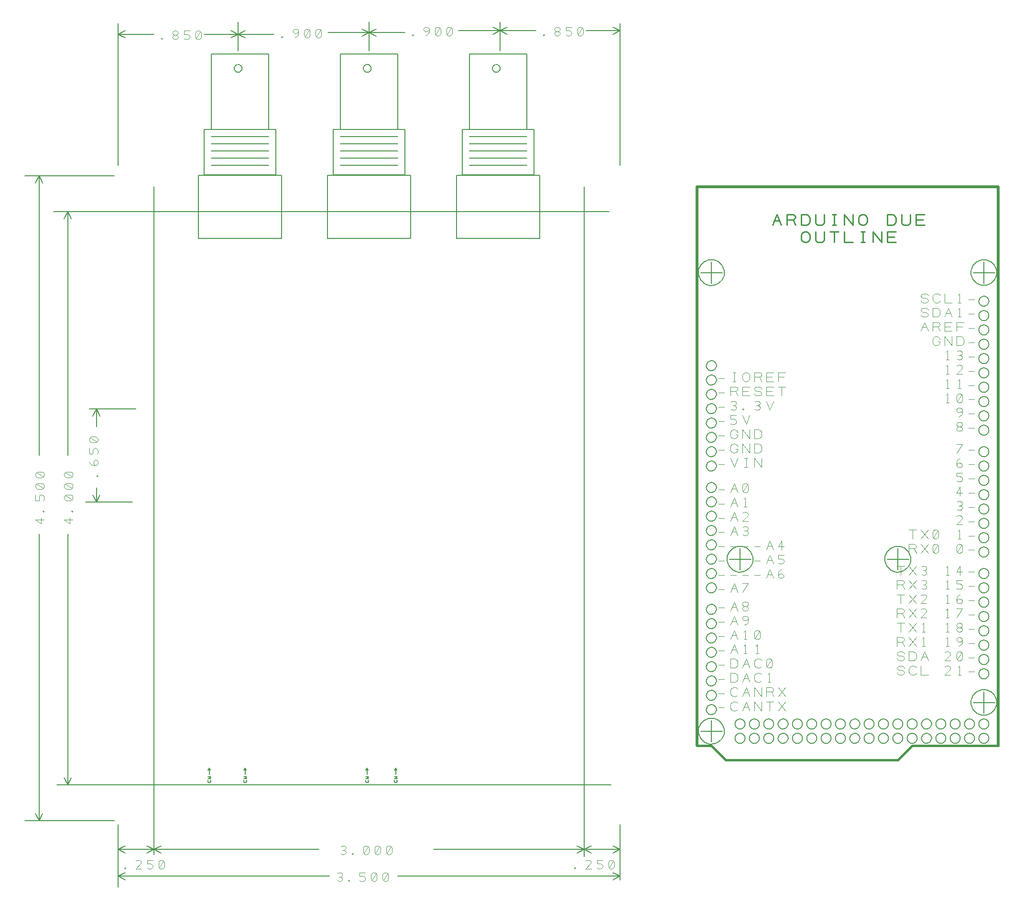
<source format=gbr>
G04 EasyPC Gerber Version 20.0.2 Build 4112 *
%FSLAX35Y35*%
%MOIN*%
%ADD10C,0.00100*%
%ADD11C,0.00500*%
%ADD74C,0.00800*%
%ADD12C,0.01000*%
%ADD13C,0.01500*%
%ADD128C,0.02000*%
X0Y0D02*
D02*
D10*
X13750Y256500D02*
X7750D01*
X11750Y254000*
Y258000*
X13750Y262500D02*
X13250Y263000D01*
X12750Y262500*
X13250Y262000*
X13750Y262500*
X13250Y270000D02*
X13750Y271000D01*
Y272500*
X13250Y273500*
X12250Y274000*
X11750*
X10750Y273500*
X10250Y272500*
Y270000*
X7750*
Y274000*
X13250Y278500D02*
X13750Y279500D01*
Y280500*
X13250Y281500*
X12250Y282000*
X9250*
X8250Y281500*
X7750Y280500*
Y279500*
X8250Y278500*
X9250Y278000*
X12250*
X13250Y278500*
X8250Y281500*
X13250Y286500D02*
X13750Y287500D01*
Y288500*
X13250Y289500*
X12250Y290000*
X9250*
X8250Y289500*
X7750Y288500*
Y287500*
X8250Y286500*
X9250Y286000*
X12250*
X13250Y286500*
X8250Y289500*
X33750Y256500D02*
X27750D01*
X31750Y254000*
Y258000*
X33750Y262500D02*
X33250Y263000D01*
X32750Y262500*
X33250Y262000*
X33750Y262500*
X33250Y270500D02*
X33750Y271500D01*
Y272500*
X33250Y273500*
X32250Y274000*
X29250*
X28250Y273500*
X27750Y272500*
Y271500*
X28250Y270500*
X29250Y270000*
X32250*
X33250Y270500*
X28250Y273500*
X33250Y278500D02*
X33750Y279500D01*
Y280500*
X33250Y281500*
X32250Y282000*
X29250*
X28250Y281500*
X27750Y280500*
Y279500*
X28250Y278500*
X29250Y278000*
X32250*
X33250Y278500*
X28250Y281500*
X33250Y286500D02*
X33750Y287500D01*
Y288500*
X33250Y289500*
X32250Y290000*
X29250*
X28250Y289500*
X27750Y288500*
Y287500*
X28250Y286500*
X29250Y286000*
X32250*
X33250Y286500*
X28250Y289500*
X51250Y287000D02*
X50750Y287500D01*
X50250Y287000*
X50750Y286500*
X51250Y287000*
X49750Y294500D02*
X48750Y295000D01*
X48250Y296000*
Y297000*
X48750Y298000*
X49750Y298500*
X50750Y298000*
X51250Y297000*
Y296000*
X50750Y295000*
X49750Y294500*
X48250*
X46750Y295000*
X45750Y296000*
X45250Y297000*
X50750Y302500D02*
X51250Y303500D01*
Y305000*
X50750Y306000*
X49750Y306500*
X49250*
X48250Y306000*
X47750Y305000*
Y302500*
X45250*
Y306500*
X50750Y311000D02*
X51250Y312000D01*
Y313000*
X50750Y314000*
X49750Y314500*
X46750*
X45750Y314000*
X45250Y313000*
Y312000*
X45750Y311000*
X46750Y310500*
X49750*
X50750Y311000*
X45750Y314000*
X95750Y591750D02*
X96250Y592250D01*
X95750Y592750*
X95250Y592250*
X95750Y591750*
X104750Y594750D02*
X105750D01*
X106750Y595250*
X107250Y596250*
X106750Y597250*
X105750Y597750*
X104750*
X103750Y597250*
X103250Y596250*
X103750Y595250*
X104750Y594750*
X103750Y594250*
X103250Y593250*
X103750Y592250*
X104750Y591750*
X105750*
X106750Y592250*
X107250Y593250*
X106750Y594250*
X105750Y594750*
X111250Y592250D02*
X112250Y591750D01*
X113750*
X114750Y592250*
X115250Y593250*
Y593750*
X114750Y594750*
X113750Y595250*
X111250*
Y597750*
X115250*
X119750Y592250D02*
X120750Y591750D01*
X121750*
X122750Y592250*
X123250Y593250*
Y596250*
X122750Y597250*
X121750Y597750*
X120750*
X119750Y597250*
X119250Y596250*
Y593250*
X119750Y592250*
X122750Y597250*
X70000Y13000D02*
X70500Y13500D01*
X70000Y14000*
X69500Y13500*
X70000Y13000*
X81500D02*
X77500D01*
X81000Y16500*
X81500Y17500*
X81000Y18500*
X80000Y19000*
X78500*
X77500Y18500*
X85500Y13500D02*
X86500Y13000D01*
X88000*
X89000Y13500*
X89500Y14500*
Y15000*
X89000Y16000*
X88000Y16500*
X85500*
Y19000*
X89500*
X94000Y13500D02*
X95000Y13000D01*
X96000*
X97000Y13500*
X97500Y14500*
Y17500*
X97000Y18500*
X96000Y19000*
X95000*
X94000Y18500*
X93500Y17500*
Y14500*
X94000Y13500*
X97000Y18500*
X179500Y593000D02*
X180000Y593500D01*
X179500Y594000*
X179000Y593500*
X179500Y593000*
X188500D02*
X189500Y593500D01*
X190500Y594500*
X191000Y596000*
Y597500*
X190500Y598500*
X189500Y599000*
X188500*
X187500Y598500*
X187000Y597500*
X187500Y596500*
X188500Y596000*
X189500*
X190500Y596500*
X191000Y597500*
X195500Y593500D02*
X196500Y593000D01*
X197500*
X198500Y593500*
X199000Y594500*
Y597500*
X198500Y598500*
X197500Y599000*
X196500*
X195500Y598500*
X195000Y597500*
Y594500*
X195500Y593500*
X198500Y598500*
X203500Y593500D02*
X204500Y593000D01*
X205500*
X206500Y593500*
X207000Y594500*
Y597500*
X206500Y598500*
X205500Y599000*
X204500*
X203500Y598500*
X203000Y597500*
Y594500*
X203500Y593500*
X206500Y598500*
X218250Y4750D02*
X219250Y4250D01*
X220250*
X221250Y4750*
X221750Y5750*
X221250Y6750*
X220250Y7250*
X219250*
X220250D02*
X221250Y7750D01*
X221750Y8750*
X221250Y9750*
X220250Y10250*
X219250*
X218250Y9750*
X226250Y4250D02*
X226750Y4750D01*
X226250Y5250*
X225750Y4750*
X226250Y4250*
X233750Y4750D02*
X234750Y4250D01*
X236250*
X237250Y4750*
X237750Y5750*
Y6250*
X237250Y7250*
X236250Y7750*
X233750*
Y10250*
X237750*
X242250Y4750D02*
X243250Y4250D01*
X244250*
X245250Y4750*
X245750Y5750*
Y8750*
X245250Y9750*
X244250Y10250*
X243250*
X242250Y9750*
X241750Y8750*
Y5750*
X242250Y4750*
X245250Y9750*
X250250Y4750D02*
X251250Y4250D01*
X252250*
X253250Y4750*
X253750Y5750*
Y8750*
X253250Y9750*
X252250Y10250*
X251250*
X250250Y9750*
X249750Y8750*
Y5750*
X250250Y4750*
X253250Y9750*
X220750Y23500D02*
X221750Y23000D01*
X222750*
X223750Y23500*
X224250Y24500*
X223750Y25500*
X222750Y26000*
X221750*
X222750D02*
X223750Y26500D01*
X224250Y27500*
X223750Y28500*
X222750Y29000*
X221750*
X220750Y28500*
X228750Y23000D02*
X229250Y23500D01*
X228750Y24000*
X228250Y23500*
X228750Y23000*
X236750Y23500D02*
X237750Y23000D01*
X238750*
X239750Y23500*
X240250Y24500*
Y27500*
X239750Y28500*
X238750Y29000*
X237750*
X236750Y28500*
X236250Y27500*
Y24500*
X236750Y23500*
X239750Y28500*
X244750Y23500D02*
X245750Y23000D01*
X246750*
X247750Y23500*
X248250Y24500*
Y27500*
X247750Y28500*
X246750Y29000*
X245750*
X244750Y28500*
X244250Y27500*
Y24500*
X244750Y23500*
X247750Y28500*
X252750Y23500D02*
X253750Y23000D01*
X254750*
X255750Y23500*
X256250Y24500*
Y27500*
X255750Y28500*
X254750Y29000*
X253750*
X252750Y28500*
X252250Y27500*
Y24500*
X252750Y23500*
X255750Y28500*
X270750Y594250D02*
X271250Y594750D01*
X270750Y595250*
X270250Y594750*
X270750Y594250*
X279750D02*
X280750Y594750D01*
X281750Y595750*
X282250Y597250*
Y598750*
X281750Y599750*
X280750Y600250*
X279750*
X278750Y599750*
X278250Y598750*
X278750Y597750*
X279750Y597250*
X280750*
X281750Y597750*
X282250Y598750*
X286750Y594750D02*
X287750Y594250D01*
X288750*
X289750Y594750*
X290250Y595750*
Y598750*
X289750Y599750*
X288750Y600250*
X287750*
X286750Y599750*
X286250Y598750*
Y595750*
X286750Y594750*
X289750Y599750*
X294750Y594750D02*
X295750Y594250D01*
X296750*
X297750Y594750*
X298250Y595750*
Y598750*
X297750Y599750*
X296750Y600250*
X295750*
X294750Y599750*
X294250Y598750*
Y595750*
X294750Y594750*
X297750Y599750*
X362000Y594250D02*
X362500Y594750D01*
X362000Y595250*
X361500Y594750*
X362000Y594250*
X371000Y597250D02*
X372000D01*
X373000Y597750*
X373500Y598750*
X373000Y599750*
X372000Y600250*
X371000*
X370000Y599750*
X369500Y598750*
X370000Y597750*
X371000Y597250*
X370000Y596750*
X369500Y595750*
X370000Y594750*
X371000Y594250*
X372000*
X373000Y594750*
X373500Y595750*
X373000Y596750*
X372000Y597250*
X377500Y594750D02*
X378500Y594250D01*
X380000*
X381000Y594750*
X381500Y595750*
Y596250*
X381000Y597250*
X380000Y597750*
X377500*
Y600250*
X381500*
X386000Y594750D02*
X387000Y594250D01*
X388000*
X389000Y594750*
X389500Y595750*
Y598750*
X389000Y599750*
X388000Y600250*
X387000*
X386000Y599750*
X385500Y598750*
Y595750*
X386000Y594750*
X389000Y599750*
X383750Y13000D02*
X384250Y13500D01*
X383750Y14000*
X383250Y13500*
X383750Y13000*
X395250D02*
X391250D01*
X394750Y16500*
X395250Y17500*
X394750Y18500*
X393750Y19000*
X392250*
X391250Y18500*
X399250Y13500D02*
X400250Y13000D01*
X401750*
X402750Y13500*
X403250Y14500*
Y15000*
X402750Y16000*
X401750Y16500*
X399250*
Y19000*
X403250*
X407750Y13500D02*
X408750Y13000D01*
X409750*
X410750Y13500*
X411250Y14500*
Y17500*
X410750Y18500*
X409750Y19000*
X408750*
X407750Y18500*
X407250Y17500*
Y14500*
X407750Y13500*
X410750Y18500*
X484000Y195131D02*
X488150D01*
X492300Y193056D02*
X494894Y199281D01*
X497487Y193056*
X493337Y195650D02*
X496450D01*
X502156Y196169D02*
X503194D01*
X504231Y196687*
X504750Y197725*
X504231Y198763*
X503194Y199281*
X502156*
X501119Y198763*
X500600Y197725*
X501119Y196687*
X502156Y196169*
X501119Y195650*
X500600Y194613*
X501119Y193575*
X502156Y193056*
X503194*
X504231Y193575*
X504750Y194613*
X504231Y195650*
X503194Y196169*
X484000Y185171D02*
X488150D01*
X492300Y183096D02*
X494894Y189321D01*
X497487Y183096*
X493337Y185690D02*
X496450D01*
X502156Y183096D02*
X503194Y183615D01*
X504231Y184653*
X504750Y186209*
Y187765*
X504231Y188803*
X503194Y189321*
X502156*
X501119Y188803*
X500600Y187765*
X501119Y186728*
X502156Y186209*
X503194*
X504231Y186728*
X504750Y187765*
X484000Y175211D02*
X488150D01*
X492300Y173137D02*
X494894Y179361D01*
X497487Y173137*
X493337Y175730D02*
X496450D01*
X501637Y173137D02*
X503713D01*
X502675D02*
Y179361D01*
X501637Y178324*
X509419Y173656D02*
X510456Y173137D01*
X511494*
X512531Y173656*
X513050Y174693*
Y177806*
X512531Y178843*
X511494Y179361*
X510456*
X509419Y178843*
X508900Y177806*
Y174693*
X509419Y173656*
X512531Y178843*
X484000Y165252D02*
X488150D01*
X492300Y163177D02*
X494894Y169402D01*
X497487Y163177*
X493337Y165770D02*
X496450D01*
X501637Y163177D02*
X503713D01*
X502675D02*
Y169402D01*
X501637Y168364*
X509937Y163177D02*
X512013D01*
X510975D02*
Y169402D01*
X509937Y168364*
X484000Y155292D02*
X488150D01*
X492300Y153217D02*
Y159442D01*
X495413*
X496450Y158923*
X496969Y158404*
X497487Y157367*
Y155292*
X496969Y154254*
X496450Y153736*
X495413Y153217*
X492300*
X500600D02*
X503194Y159442D01*
X505787Y153217*
X501637Y155811D02*
X504750D01*
X514087Y154254D02*
X513569Y153736D01*
X512531Y153217*
X510975*
X509937Y153736*
X509419Y154254*
X508900Y155292*
Y157367*
X509419Y158404*
X509937Y158923*
X510975Y159442*
X512531*
X513569Y158923*
X514087Y158404*
X517719Y153736D02*
X518756Y153217D01*
X519794*
X520831Y153736*
X521350Y154773*
Y157886*
X520831Y158923*
X519794Y159442*
X518756*
X517719Y158923*
X517200Y157886*
Y154773*
X517719Y153736*
X520831Y158923*
X484000Y145332D02*
X488150D01*
X492300Y143257D02*
Y149482D01*
X495413*
X496450Y148963*
X496969Y148444*
X497487Y147407*
Y145332*
X496969Y144294*
X496450Y143776*
X495413Y143257*
X492300*
X500600D02*
X503194Y149482D01*
X505787Y143257*
X501637Y145851D02*
X504750D01*
X514087Y144294D02*
X513569Y143776D01*
X512531Y143257*
X510975*
X509937Y143776*
X509419Y144294*
X508900Y145332*
Y147407*
X509419Y148444*
X509937Y148963*
X510975Y149482*
X512531*
X513569Y148963*
X514087Y148444*
X518237Y143257D02*
X520313D01*
X519275D02*
Y149482D01*
X518237Y148444*
X484000Y135372D02*
X488150D01*
X497487Y134335D02*
X496969Y133816D01*
X495931Y133297*
X494375*
X493337Y133816*
X492819Y134335*
X492300Y135372*
Y137447*
X492819Y138485*
X493337Y139004*
X494375Y139522*
X495931*
X496969Y139004*
X497487Y138485*
X500600Y133297D02*
X503194Y139522D01*
X505787Y133297*
X501637Y135891D02*
X504750D01*
X508900Y133297D02*
Y139522D01*
X514087Y133297*
Y139522*
X517200Y133297D02*
Y139522D01*
X520831*
X521869Y139004*
X522387Y137966*
X521869Y136928*
X520831Y136410*
X517200*
X520831D02*
X522387Y133297D01*
X525500D02*
X530687Y139522D01*
X525500D02*
X530687Y133297D01*
X484000Y125412D02*
X488150D01*
X497487Y124375D02*
X496969Y123856D01*
X495931Y123337*
X494375*
X493337Y123856*
X492819Y124375*
X492300Y125412*
Y127487*
X492819Y128525*
X493337Y129044*
X494375Y129562*
X495931*
X496969Y129044*
X497487Y128525*
X500600Y123337D02*
X503194Y129562D01*
X505787Y123337*
X501637Y125931D02*
X504750D01*
X508900Y123337D02*
Y129562D01*
X514087Y123337*
Y129562*
X519794Y123337D02*
Y129562D01*
X517200D02*
X522387D01*
X525500Y123337D02*
X530687Y129562D01*
X525500D02*
X530687Y123337D01*
X484000Y277631D02*
X488150D01*
X492300Y275556D02*
X494894Y281781D01*
X497487Y275556*
X493337Y278150D02*
X496450D01*
X501119Y276075D02*
X502156Y275556D01*
X503194*
X504231Y276075*
X504750Y277113*
Y280225*
X504231Y281263*
X503194Y281781*
X502156*
X501119Y281263*
X500600Y280225*
Y277113*
X501119Y276075*
X504231Y281263*
X484000Y267671D02*
X488150D01*
X492300Y265596D02*
X494894Y271821D01*
X497487Y265596*
X493337Y268190D02*
X496450D01*
X501637Y265596D02*
X503713D01*
X502675D02*
Y271821D01*
X501637Y270784*
X484000Y257711D02*
X488150D01*
X492300Y255637D02*
X494894Y261861D01*
X497487Y255637*
X493337Y258230D02*
X496450D01*
X504750Y255637D02*
X500600D01*
X504231Y259268*
X504750Y260306*
X504231Y261343*
X503194Y261861*
X501637*
X500600Y261343*
X484000Y247752D02*
X488150D01*
X492300Y245677D02*
X494894Y251902D01*
X497487Y245677*
X493337Y248270D02*
X496450D01*
X501119Y246196D02*
X502156Y245677D01*
X503194*
X504231Y246196*
X504750Y247233*
X504231Y248270*
X503194Y248789*
X502156*
X503194D02*
X504231Y249308D01*
X504750Y250346*
X504231Y251383*
X503194Y251902*
X502156*
X501119Y251383*
X484000Y237792D02*
X488150D01*
X492300D02*
X496450D01*
X500600D02*
X504750D01*
X508900D02*
X513050D01*
X517200Y235717D02*
X519794Y241942D01*
X522387Y235717*
X518237Y238311D02*
X521350D01*
X528094Y235717D02*
Y241942D01*
X525500Y237792*
X529650*
X484000Y227832D02*
X488150D01*
X508900D02*
X513050D01*
X517200Y225757D02*
X519794Y231982D01*
X522387Y225757*
X518237Y228351D02*
X521350D01*
X525500Y226276D02*
X526537Y225757D01*
X528094*
X529131Y226276*
X529650Y227313*
Y227832*
X529131Y228870*
X528094Y229388*
X525500*
Y231982*
X529650*
X484000Y217872D02*
X488150D01*
X492300D02*
X496450D01*
X500600D02*
X504750D01*
X508900D02*
X513050D01*
X517200Y215797D02*
X519794Y222022D01*
X522387Y215797*
X518237Y218391D02*
X521350D01*
X525500Y217354D02*
X526019Y218391D01*
X527056Y218910*
X528094*
X529131Y218391*
X529650Y217354*
X529131Y216316*
X528094Y215797*
X527056*
X526019Y216316*
X525500Y217354*
Y218910*
X526019Y220466*
X527056Y221504*
X528094Y222022*
X484000Y207912D02*
X488150D01*
X492300Y205837D02*
X494894Y212062D01*
X497487Y205837*
X493337Y208431D02*
X496450D01*
X500600Y205837D02*
X504750Y212062D01*
X500600*
X484000Y355131D02*
X488150D01*
X493856Y353056D02*
X495931D01*
X494894D02*
Y359281D01*
X493856D02*
X495931D01*
X500600Y355131D02*
Y357206D01*
X501119Y358244*
X501637Y358763*
X502675Y359281*
X503713*
X504750Y358763*
X505269Y358244*
X505787Y357206*
Y355131*
X505269Y354094*
X504750Y353575*
X503713Y353056*
X502675*
X501637Y353575*
X501119Y354094*
X500600Y355131*
X508900Y353056D02*
Y359281D01*
X512531*
X513569Y358763*
X514087Y357725*
X513569Y356687*
X512531Y356169*
X508900*
X512531D02*
X514087Y353056D01*
X517200D02*
Y359281D01*
X522387*
X521350Y356169D02*
X517200D01*
Y353056D02*
X522387D01*
X525500D02*
Y359281D01*
X530687*
X529650Y356169D02*
X525500D01*
X484000Y345171D02*
X488150D01*
X492300Y343096D02*
Y349321D01*
X495931*
X496969Y348803*
X497487Y347765*
X496969Y346728*
X495931Y346209*
X492300*
X495931D02*
X497487Y343096D01*
X500600D02*
Y349321D01*
X505787*
X504750Y346209D02*
X500600D01*
Y343096D02*
X505787D01*
X508900Y344653D02*
X509419Y343615D01*
X510456Y343096*
X512531*
X513569Y343615*
X514087Y344653*
X513569Y345690*
X512531Y346209*
X510456*
X509419Y346728*
X508900Y347765*
X509419Y348803*
X510456Y349321*
X512531*
X513569Y348803*
X514087Y347765*
X517200Y343096D02*
Y349321D01*
X522387*
X521350Y346209D02*
X517200D01*
Y343096D02*
X522387D01*
X528094D02*
Y349321D01*
X525500D02*
X530687D01*
X484000Y335211D02*
X488150D01*
X492819Y333656D02*
X493856Y333137D01*
X494894*
X495931Y333656*
X496450Y334693*
X495931Y335730*
X494894Y336249*
X493856*
X494894D02*
X495931Y336768D01*
X496450Y337806*
X495931Y338843*
X494894Y339361*
X493856*
X492819Y338843*
X501119Y333137D02*
X501637Y333656D01*
X501119Y334174*
X500600Y333656*
X501119Y333137*
X509419Y333656D02*
X510456Y333137D01*
X511494*
X512531Y333656*
X513050Y334693*
X512531Y335730*
X511494Y336249*
X510456*
X511494D02*
X512531Y336768D01*
X513050Y337806*
X512531Y338843*
X511494Y339361*
X510456*
X509419Y338843*
X517200Y339361D02*
X519794Y333137D01*
X522387Y339361*
X484000Y325252D02*
X488150D01*
X492300Y323696D02*
X493337Y323177D01*
X494894*
X495931Y323696*
X496450Y324733*
Y325252*
X495931Y326289*
X494894Y326808*
X492300*
Y329402*
X496450*
X500600D02*
X503194Y323177D01*
X505787Y329402*
X484000Y315292D02*
X488150D01*
X495931Y315811D02*
X497487D01*
Y315292*
X496969Y314254*
X496450Y313736*
X495413Y313217*
X494375*
X493337Y313736*
X492819Y314254*
X492300Y315292*
Y317367*
X492819Y318404*
X493337Y318923*
X494375Y319442*
X495413*
X496450Y318923*
X496969Y318404*
X497487Y317367*
X500600Y313217D02*
Y319442D01*
X505787Y313217*
Y319442*
X508900Y313217D02*
Y319442D01*
X512013*
X513050Y318923*
X513569Y318404*
X514087Y317367*
Y315292*
X513569Y314254*
X513050Y313736*
X512013Y313217*
X508900*
X484000Y305332D02*
X488150D01*
X495931Y305851D02*
X497487D01*
Y305332*
X496969Y304294*
X496450Y303776*
X495413Y303257*
X494375*
X493337Y303776*
X492819Y304294*
X492300Y305332*
Y307407*
X492819Y308444*
X493337Y308963*
X494375Y309482*
X495413*
X496450Y308963*
X496969Y308444*
X497487Y307407*
X500600Y303257D02*
Y309482D01*
X505787Y303257*
Y309482*
X508900Y303257D02*
Y309482D01*
X512013*
X513050Y308963*
X513569Y308444*
X514087Y307407*
Y305332*
X513569Y304294*
X513050Y303776*
X512013Y303257*
X508900*
X484000Y295372D02*
X488150D01*
X492300Y299522D02*
X494894Y293297D01*
X497487Y299522*
X502156Y293297D02*
X504231D01*
X503194D02*
Y299522D01*
X502156D02*
X504231D01*
X508900Y293297D02*
Y299522D01*
X514087Y293297*
Y299522*
X610994Y218056D02*
Y224281D01*
X608400D02*
X613587D01*
X616700Y218056D02*
X621887Y224281D01*
X616700D02*
X621887Y218056D01*
X625519Y218575D02*
X626556Y218056D01*
X627594*
X628631Y218575*
X629150Y219613*
X628631Y220650*
X627594Y221169*
X626556*
X627594D02*
X628631Y221687D01*
X629150Y222725*
X628631Y223763*
X627594Y224281*
X626556*
X625519Y223763*
X642637Y218056D02*
X644713D01*
X643675D02*
Y224281D01*
X642637Y223244*
X652494Y218056D02*
Y224281D01*
X649900Y220131*
X654050*
X658200D02*
X662350D01*
X608400Y208096D02*
Y214321D01*
X612031*
X613069Y213803*
X613587Y212765*
X613069Y211728*
X612031Y211209*
X608400*
X612031D02*
X613587Y208096D01*
X616700D02*
X621887Y214321D01*
X616700D02*
X621887Y208096D01*
X625519Y208615D02*
X626556Y208096D01*
X627594*
X628631Y208615*
X629150Y209653*
X628631Y210690*
X627594Y211209*
X626556*
X627594D02*
X628631Y211728D01*
X629150Y212765*
X628631Y213803*
X627594Y214321*
X626556*
X625519Y213803*
X642637Y208096D02*
X644713D01*
X643675D02*
Y214321D01*
X642637Y213284*
X649900Y208615D02*
X650937Y208096D01*
X652494*
X653531Y208615*
X654050Y209653*
Y210171*
X653531Y211209*
X652494Y211728*
X649900*
Y214321*
X654050*
X658200Y210171D02*
X662350D01*
X610994Y198137D02*
Y204361D01*
X608400D02*
X613587D01*
X616700Y198137D02*
X621887Y204361D01*
X616700D02*
X621887Y198137D01*
X629150D02*
X625000D01*
X628631Y201768*
X629150Y202806*
X628631Y203843*
X627594Y204361*
X626037*
X625000Y203843*
X642637Y198137D02*
X644713D01*
X643675D02*
Y204361D01*
X642637Y203324*
X649900Y199693D02*
X650419Y200730D01*
X651456Y201249*
X652494*
X653531Y200730*
X654050Y199693*
X653531Y198656*
X652494Y198137*
X651456*
X650419Y198656*
X649900Y199693*
Y201249*
X650419Y202806*
X651456Y203843*
X652494Y204361*
X658200Y200211D02*
X662350D01*
X608400Y188177D02*
Y194402D01*
X612031*
X613069Y193883*
X613587Y192846*
X613069Y191808*
X612031Y191289*
X608400*
X612031D02*
X613587Y188177D01*
X616700D02*
X621887Y194402D01*
X616700D02*
X621887Y188177D01*
X629150D02*
X625000D01*
X628631Y191808*
X629150Y192846*
X628631Y193883*
X627594Y194402*
X626037*
X625000Y193883*
X642637Y188177D02*
X644713D01*
X643675D02*
Y194402D01*
X642637Y193364*
X649900Y188177D02*
X654050Y194402D01*
X649900*
X658200Y190252D02*
X662350D01*
X610994Y178217D02*
Y184442D01*
X608400D02*
X613587D01*
X616700Y178217D02*
X621887Y184442D01*
X616700D02*
X621887Y178217D01*
X626037D02*
X628113D01*
X627075D02*
Y184442D01*
X626037Y183404*
X642637Y178217D02*
X644713D01*
X643675D02*
Y184442D01*
X642637Y183404*
X651456Y181330D02*
X652494D01*
X653531Y181848*
X654050Y182886*
X653531Y183923*
X652494Y184442*
X651456*
X650419Y183923*
X649900Y182886*
X650419Y181848*
X651456Y181330*
X650419Y180811*
X649900Y179773*
X650419Y178736*
X651456Y178217*
X652494*
X653531Y178736*
X654050Y179773*
X653531Y180811*
X652494Y181330*
X658200Y180292D02*
X662350D01*
X608400Y168257D02*
Y174482D01*
X612031*
X613069Y173963*
X613587Y172926*
X613069Y171888*
X612031Y171370*
X608400*
X612031D02*
X613587Y168257D01*
X616700D02*
X621887Y174482D01*
X616700D02*
X621887Y168257D01*
X626037D02*
X628113D01*
X627075D02*
Y174482D01*
X626037Y173444*
X642637Y168257D02*
X644713D01*
X643675D02*
Y174482D01*
X642637Y173444*
X651456Y168257D02*
X652494Y168776D01*
X653531Y169813*
X654050Y171370*
Y172926*
X653531Y173963*
X652494Y174482*
X651456*
X650419Y173963*
X649900Y172926*
X650419Y171888*
X651456Y171370*
X652494*
X653531Y171888*
X654050Y172926*
X658200Y170332D02*
X662350D01*
X608400Y159854D02*
X608919Y158816D01*
X609956Y158297*
X612031*
X613069Y158816*
X613587Y159854*
X613069Y160891*
X612031Y161410*
X609956*
X608919Y161928*
X608400Y162966*
X608919Y164004*
X609956Y164522*
X612031*
X613069Y164004*
X613587Y162966*
X616700Y158297D02*
Y164522D01*
X619813*
X620850Y164004*
X621369Y163485*
X621887Y162447*
Y160372*
X621369Y159335*
X620850Y158816*
X619813Y158297*
X616700*
X625000D02*
X627594Y164522D01*
X630187Y158297*
X626037Y160891D02*
X629150D01*
X645750Y158297D02*
X641600D01*
X645231Y161928*
X645750Y162966*
X645231Y164004*
X644194Y164522*
X642637*
X641600Y164004*
X650419Y158816D02*
X651456Y158297D01*
X652494*
X653531Y158816*
X654050Y159854*
Y162966*
X653531Y164004*
X652494Y164522*
X651456*
X650419Y164004*
X649900Y162966*
Y159854*
X650419Y158816*
X653531Y164004*
X658200Y160372D02*
X662350D01*
X608400Y149894D02*
X608919Y148856D01*
X609956Y148337*
X612031*
X613069Y148856*
X613587Y149894*
X613069Y150931*
X612031Y151450*
X609956*
X608919Y151969*
X608400Y153006*
X608919Y154044*
X609956Y154562*
X612031*
X613069Y154044*
X613587Y153006*
X621887Y149375D02*
X621369Y148856D01*
X620331Y148337*
X618775*
X617737Y148856*
X617219Y149375*
X616700Y150412*
Y152487*
X617219Y153525*
X617737Y154044*
X618775Y154562*
X620331*
X621369Y154044*
X621887Y153525*
X625000Y154562D02*
Y148337D01*
X630187*
X645750D02*
X641600D01*
X645231Y151969*
X645750Y153006*
X645231Y154044*
X644194Y154562*
X642637*
X641600Y154044*
X650937Y148337D02*
X653013D01*
X651975D02*
Y154562D01*
X650937Y153525*
X658200Y150412D02*
X662350D01*
X649900Y303056D02*
X654050Y309281D01*
X649900*
X658200Y305131D02*
X662350D01*
X649900Y294653D02*
X650419Y295690D01*
X651456Y296209*
X652494*
X653531Y295690*
X654050Y294653*
X653531Y293615*
X652494Y293096*
X651456*
X650419Y293615*
X649900Y294653*
Y296209*
X650419Y297765*
X651456Y298803*
X652494Y299321*
X658200Y295171D02*
X662350D01*
X649900Y283656D02*
X650937Y283137D01*
X652494*
X653531Y283656*
X654050Y284693*
Y285211*
X653531Y286249*
X652494Y286768*
X649900*
Y289361*
X654050*
X658200Y285211D02*
X662350D01*
X652494Y273177D02*
Y279402D01*
X649900Y275252*
X654050*
X658200D02*
X662350D01*
X650419Y263736D02*
X651456Y263217D01*
X652494*
X653531Y263736*
X654050Y264773*
X653531Y265811*
X652494Y266330*
X651456*
X652494D02*
X653531Y266848D01*
X654050Y267886*
X653531Y268923*
X652494Y269442*
X651456*
X650419Y268923*
X658200Y265292D02*
X662350D01*
X654050Y253257D02*
X649900D01*
X653531Y256888*
X654050Y257926*
X653531Y258963*
X652494Y259482*
X650937*
X649900Y258963*
X658200Y255332D02*
X662350D01*
X619294Y243297D02*
Y249522D01*
X616700D02*
X621887D01*
X625000Y243297D02*
X630187Y249522D01*
X625000D02*
X630187Y243297D01*
X633819Y243816D02*
X634856Y243297D01*
X635894*
X636931Y243816*
X637450Y244854*
Y247966*
X636931Y249004*
X635894Y249522*
X634856*
X633819Y249004*
X633300Y247966*
Y244854*
X633819Y243816*
X636931Y249004*
X650937Y243297D02*
X653013D01*
X651975D02*
Y249522D01*
X650937Y248485*
X658200Y245372D02*
X662350D01*
X616700Y233337D02*
Y239562D01*
X620331*
X621369Y239044*
X621887Y238006*
X621369Y236969*
X620331Y236450*
X616700*
X620331D02*
X621887Y233337D01*
X625000D02*
X630187Y239562D01*
X625000D02*
X630187Y233337D01*
X633819Y233856D02*
X634856Y233337D01*
X635894*
X636931Y233856*
X637450Y234894*
Y238006*
X636931Y239044*
X635894Y239562*
X634856*
X633819Y239044*
X633300Y238006*
Y234894*
X633819Y233856*
X636931Y239044*
X650419Y233856D02*
X651456Y233337D01*
X652494*
X653531Y233856*
X654050Y234894*
Y238006*
X653531Y239044*
X652494Y239562*
X651456*
X650419Y239044*
X649900Y238006*
Y234894*
X650419Y233856*
X653531Y239044*
X658200Y235412D02*
X662350D01*
X625000Y409613D02*
X625519Y408575D01*
X626556Y408056*
X628631*
X629669Y408575*
X630187Y409613*
X629669Y410650*
X628631Y411169*
X626556*
X625519Y411687*
X625000Y412725*
X625519Y413763*
X626556Y414281*
X628631*
X629669Y413763*
X630187Y412725*
X638487Y409094D02*
X637969Y408575D01*
X636931Y408056*
X635375*
X634337Y408575*
X633819Y409094*
X633300Y410131*
Y412206*
X633819Y413244*
X634337Y413763*
X635375Y414281*
X636931*
X637969Y413763*
X638487Y413244*
X641600Y414281D02*
Y408056D01*
X646787*
X650937D02*
X653013D01*
X651975D02*
Y414281D01*
X650937Y413244*
X658200Y410131D02*
X662350D01*
X625000Y399653D02*
X625519Y398615D01*
X626556Y398096*
X628631*
X629669Y398615*
X630187Y399653*
X629669Y400690*
X628631Y401209*
X626556*
X625519Y401728*
X625000Y402765*
X625519Y403803*
X626556Y404321*
X628631*
X629669Y403803*
X630187Y402765*
X633300Y398096D02*
Y404321D01*
X636413*
X637450Y403803*
X637969Y403284*
X638487Y402246*
Y400171*
X637969Y399134*
X637450Y398615*
X636413Y398096*
X633300*
X641600D02*
X644194Y404321D01*
X646787Y398096*
X642637Y400690D02*
X645750D01*
X650937Y398096D02*
X653013D01*
X651975D02*
Y404321D01*
X650937Y403284*
X658200Y400171D02*
X662350D01*
X625000Y388137D02*
X627594Y394361D01*
X630187Y388137*
X626037Y390730D02*
X629150D01*
X633300Y388137D02*
Y394361D01*
X636931*
X637969Y393843*
X638487Y392806*
X637969Y391768*
X636931Y391249*
X633300*
X636931D02*
X638487Y388137D01*
X641600D02*
Y394361D01*
X646787*
X645750Y391249D02*
X641600D01*
Y388137D02*
X646787D01*
X649900D02*
Y394361D01*
X655087*
X654050Y391249D02*
X649900D01*
X658200Y390211D02*
X662350D01*
X636931Y380770D02*
X638487D01*
Y380252*
X637969Y379214*
X637450Y378696*
X636413Y378177*
X635375*
X634337Y378696*
X633819Y379214*
X633300Y380252*
Y382327*
X633819Y383364*
X634337Y383883*
X635375Y384402*
X636413*
X637450Y383883*
X637969Y383364*
X638487Y382327*
X641600Y378177D02*
Y384402D01*
X646787Y378177*
Y384402*
X649900Y378177D02*
Y384402D01*
X653013*
X654050Y383883*
X654569Y383364*
X655087Y382327*
Y380252*
X654569Y379214*
X654050Y378696*
X653013Y378177*
X649900*
X658200Y380252D02*
X662350D01*
X642637Y368217D02*
X644713D01*
X643675D02*
Y374442D01*
X642637Y373404*
X650419Y368736D02*
X651456Y368217D01*
X652494*
X653531Y368736*
X654050Y369773*
X653531Y370811*
X652494Y371330*
X651456*
X652494D02*
X653531Y371848D01*
X654050Y372886*
X653531Y373923*
X652494Y374442*
X651456*
X650419Y373923*
X658200Y370292D02*
X662350D01*
X642637Y358257D02*
X644713D01*
X643675D02*
Y364482D01*
X642637Y363444*
X654050Y358257D02*
X649900D01*
X653531Y361888*
X654050Y362926*
X653531Y363963*
X652494Y364482*
X650937*
X649900Y363963*
X658200Y360332D02*
X662350D01*
X642637Y348297D02*
X644713D01*
X643675D02*
Y354522D01*
X642637Y353485*
X650937Y348297D02*
X653013D01*
X651975D02*
Y354522D01*
X650937Y353485*
X658200Y350372D02*
X662350D01*
X642637Y338337D02*
X644713D01*
X643675D02*
Y344562D01*
X642637Y343525*
X650419Y338856D02*
X651456Y338337D01*
X652494*
X653531Y338856*
X654050Y339894*
Y343006*
X653531Y344044*
X652494Y344562*
X651456*
X650419Y344044*
X649900Y343006*
Y339894*
X650419Y338856*
X653531Y344044*
X658200Y340412D02*
X662350D01*
X651456Y328378D02*
X652494Y328896D01*
X653531Y329934*
X654050Y331490*
Y333046*
X653531Y334084*
X652494Y334602*
X651456*
X650419Y334084*
X649900Y333046*
X650419Y332009*
X651456Y331490*
X652494*
X653531Y332009*
X654050Y333046*
X658200Y330452D02*
X662350D01*
X651456Y321530D02*
X652494D01*
X653531Y322049*
X654050Y323087*
X653531Y324124*
X652494Y324643*
X651456*
X650419Y324124*
X649900Y323087*
X650419Y322049*
X651456Y321530*
X650419Y321011*
X649900Y319974*
X650419Y318937*
X651456Y318418*
X652494*
X653531Y318937*
X654050Y319974*
X653531Y321011*
X652494Y321530*
X658200Y320493D02*
X662350D01*
D02*
D11*
X250Y46500D02*
X62750D01*
X250Y496500D02*
X62750D01*
X7750Y491500D02*
X10250Y496500D01*
X12750Y491500*
X10250Y46500D02*
Y246500D01*
Y496500D02*
Y301500D01*
X12750Y51500D02*
X10250Y46500D01*
X7750Y51500*
X20250Y471500D02*
X407750D01*
X22750Y71500D02*
X409000D01*
X27750Y466500D02*
X30250Y471500D01*
X32750Y466500*
X30250Y71500D02*
Y246500D01*
Y471500D02*
Y301500D01*
X32750Y76500D02*
X30250Y71500D01*
X27750Y76500*
X47750Y329000D02*
X50250Y334000D01*
X52750Y329000*
X50250Y269000D02*
Y279000D01*
Y334000D02*
Y321500D01*
X52750Y274000D02*
X50250Y269000D01*
X47750Y274000*
X65250Y7750D02*
X212750D01*
X65250Y44000D02*
Y250D01*
Y504000D02*
Y602750D01*
Y595250D02*
X90250D01*
X70250Y5250D02*
X65250Y7750D01*
X70250Y10250*
Y24000D02*
X65250Y26500D01*
X70250Y29000*
Y592750D02*
X65250Y595250D01*
X70250Y597750*
X75250Y269000D02*
X42750D01*
X77750Y334000D02*
X45250D01*
X85250Y29000D02*
X90250Y26500D01*
X85250Y24000*
X90250Y26500D02*
X65250D01*
X90250D02*
X205250D01*
X90250Y56500D02*
Y489000D01*
Y72750D02*
Y22750D01*
X95250Y24000D02*
X90250Y26500D01*
X95250Y29000*
X128930Y78851D02*
Y83344D01*
X127931Y81846*
X129679*
X128930Y83219*
X129522Y74797D02*
X129678Y74641D01*
X129834Y74328*
Y73860*
X129678Y73547*
X129522Y73391*
X129209Y73235*
X128584*
X128272Y73391*
X128115Y73547*
X127959Y73860*
Y74328*
X128115Y74641*
X128272Y74797*
X127959Y75735D02*
X129834Y75891D01*
X128896Y76516*
X129834Y77141*
X127959Y77297*
X144000Y597750D02*
X149000Y595250D01*
X144000Y592750*
X149000Y584000D02*
Y604000D01*
Y595250D02*
X125250D01*
X149000D02*
X174000D01*
X150250Y569000D02*
G75*
G03X147750Y574000I-1250J2500D01*
G01*
G75*
G03X150250Y569000I1250J-2500*
G01*
X153930Y78851D02*
Y83344D01*
X152931Y81846*
X154679*
X153930Y83219*
X154000Y592750D02*
X149000Y595250D01*
X154000Y597750*
X154522Y74797D02*
X154678Y74641D01*
X154834Y74328*
Y73860*
X154678Y73547*
X154522Y73391*
X154209Y73235*
X153584*
X153272Y73391*
X153115Y73547*
X152959Y73860*
Y74328*
X153115Y74641*
X153272Y74797*
X152959Y75735D02*
X154834Y75891D01*
X153896Y76516*
X154834Y77141*
X152959Y77297*
X179250Y453000D02*
Y497000D01*
X121250*
Y453000*
X179250*
X211500Y596500D02*
X240250D01*
X235250Y599000D02*
X240250Y596500D01*
X235250Y594000*
X238930Y78851D02*
Y83344D01*
X237931Y81846*
X239679*
X238930Y83219*
X240250Y569000D02*
G75*
G03X237750Y574000I-1250J2500D01*
G01*
G75*
G03X240250Y569000I1250J-2500*
G01*
Y584000D02*
Y604000D01*
Y596500D02*
X265250D01*
X239522Y74797D02*
X239678Y74641D01*
X239834Y74328*
Y73860*
X239678Y73547*
X239522Y73391*
X239209Y73235*
X238584*
X238272Y73391*
X238115Y73547*
X237959Y73860*
Y74328*
X238115Y74641*
X238272Y74797*
X237959Y75735D02*
X239834Y75891D01*
X238896Y76516*
X239834Y77141*
X237959Y77297*
X245250Y594000D02*
X240250Y596500D01*
X245250Y599000*
X258930Y78851D02*
Y83344D01*
X257931Y81846*
X259679*
X258930Y83219*
X259522Y74797D02*
X259678Y74641D01*
X259834Y74328*
Y73860*
X259678Y73547*
X259522Y73391*
X259209Y73235*
X258584*
X258272Y73391*
X258115Y73547*
X257959Y73860*
Y74328*
X258115Y74641*
X258272Y74797*
X257959Y75735D02*
X259834Y75891D01*
X258896Y76516*
X259834Y77141*
X257959Y77297*
X269250Y453000D02*
Y497000D01*
X211250*
Y453000*
X269250*
X285250Y26500D02*
X390250D01*
X302750Y597750D02*
X331500D01*
X326500Y600250D02*
X331500Y597750D01*
X326500Y595250*
X330250Y569000D02*
G75*
G03X327750Y574000I-1250J2500D01*
G01*
G75*
G03X330250Y569000I1250J-2500*
G01*
X331500Y584000D02*
Y604000D01*
Y597750D02*
X356500D01*
X336500Y595250D02*
X331500Y597750D01*
X336500Y600250*
X359250Y453000D02*
Y497000D01*
X301250*
Y453000*
X359250*
X385250Y29000D02*
X390250Y26500D01*
X385250Y24000*
X390250Y55250D02*
Y489000D01*
Y71500D02*
Y21500D01*
X395250Y24000D02*
X390250Y26500D01*
X395250Y29000*
X410250Y10250D02*
X415250Y7750D01*
X410250Y5250*
Y29000D02*
X415250Y26500D01*
X410250Y24000*
Y600250D02*
X415250Y597750D01*
X410250Y595250*
X415250Y7750D02*
X260250D01*
X415250Y26500D02*
X391500D01*
X415250Y44000D02*
Y5250D01*
Y504000D02*
Y602750D01*
Y597750D02*
X391500D01*
X471500Y104000D02*
G75*
G03X486500Y114000I7500J5000D01*
G01*
G75*
G03X471500Y104000I-7500J-5000*
G01*
Y109000D02*
X486500D01*
X471500Y424000D02*
G75*
G03X486500Y434000I7500J5000D01*
G01*
G75*
G03X471500Y424000I-7500J-5000*
G01*
Y429000D02*
X486500D01*
X476500Y121500D02*
G75*
G03X481500Y126500I2500J2500D01*
G01*
G75*
G03X476500Y121500I-2500J-2500*
G01*
Y131500D02*
G75*
G03X481500Y136500I2500J2500D01*
G01*
G75*
G03X476500Y131500I-2500J-2500*
G01*
Y141500D02*
G75*
G03X481500Y146500I2500J2500D01*
G01*
G75*
G03X476500Y141500I-2500J-2500*
G01*
Y151500D02*
G75*
G03X481500Y156500I2500J2500D01*
G01*
G75*
G03X476500Y151500I-2500J-2500*
G01*
Y161500D02*
G75*
G03X481500Y166500I2500J2500D01*
G01*
G75*
G03X476500Y161500I-2500J-2500*
G01*
Y171500D02*
G75*
G03X481500Y176500I2500J2500D01*
G01*
G75*
G03X476500Y171500I-2500J-2500*
G01*
Y181500D02*
G75*
G03X481500Y186500I2500J2500D01*
G01*
G75*
G03X476500Y181500I-2500J-2500*
G01*
Y191500D02*
G75*
G03X481500Y196500I2500J2500D01*
G01*
G75*
G03X476500Y191500I-2500J-2500*
G01*
Y206500D02*
G75*
G03X481500Y211500I2500J2500D01*
G01*
G75*
G03X476500Y206500I-2500J-2500*
G01*
Y216500D02*
G75*
G03X481500Y221500I2500J2500D01*
G01*
G75*
G03X476500Y216500I-2500J-2500*
G01*
Y226500D02*
G75*
G03X481500Y231500I2500J2500D01*
G01*
G75*
G03X476500Y226500I-2500J-2500*
G01*
Y236500D02*
G75*
G03X481500Y241500I2500J2500D01*
G01*
G75*
G03X476500Y236500I-2500J-2500*
G01*
Y246500D02*
G75*
G03X481500Y251500I2500J2500D01*
G01*
G75*
G03X476500Y246500I-2500J-2500*
G01*
Y256500D02*
G75*
G03X481500Y261500I2500J2500D01*
G01*
G75*
G03X476500Y256500I-2500J-2500*
G01*
Y266500D02*
G75*
G03X481500Y271500I2500J2500D01*
G01*
G75*
G03X476500Y266500I-2500J-2500*
G01*
Y276500D02*
G75*
G03X481500Y281500I2500J2500D01*
G01*
G75*
G03X476500Y276500I-2500J-2500*
G01*
Y291500D02*
G75*
G03X481500Y296500I2500J2500D01*
G01*
G75*
G03X476500Y291500I-2500J-2500*
G01*
Y301500D02*
G75*
G03X481500Y306500I2500J2500D01*
G01*
G75*
G03X476500Y301500I-2500J-2500*
G01*
Y311500D02*
G75*
G03X481500Y316500I2500J2500D01*
G01*
G75*
G03X476500Y311500I-2500J-2500*
G01*
Y321500D02*
G75*
G03X481500Y326500I2500J2500D01*
G01*
G75*
G03X476500Y321500I-2500J-2500*
G01*
Y331500D02*
G75*
G03X481500Y336500I2500J2500D01*
G01*
G75*
G03X476500Y331500I-2500J-2500*
G01*
Y341500D02*
G75*
G03X481500Y346500I2500J2500D01*
G01*
G75*
G03X476500Y341500I-2500J-2500*
G01*
Y351500D02*
G75*
G03X481500Y356500I2500J2500D01*
G01*
G75*
G03X476500Y351500I-2500J-2500*
G01*
Y361500D02*
G75*
G03X481500Y366500I2500J2500D01*
G01*
G75*
G03X476500Y361500I-2500J-2500*
G01*
X479000Y116500D02*
Y101500D01*
Y436500D02*
Y421500D01*
X491500Y224000D02*
G75*
G03X506500Y234000I7500J5000D01*
G01*
G75*
G03X491500Y224000I-7500J-5000*
G01*
Y229000D02*
X506500D01*
X496500Y101500D02*
G75*
G03X501500Y106500I2500J2500D01*
G01*
G75*
G03X496500Y101500I-2500J-2500*
G01*
Y111500D02*
G75*
G03X501500Y116500I2500J2500D01*
G01*
G75*
G03X496500Y111500I-2500J-2500*
G01*
X499000Y236500D02*
Y221500D01*
X506500Y101500D02*
G75*
G03X511500Y106500I2500J2500D01*
G01*
G75*
G03X506500Y101500I-2500J-2500*
G01*
Y111500D02*
G75*
G03X511500Y116500I2500J2500D01*
G01*
G75*
G03X506500Y111500I-2500J-2500*
G01*
X516500Y101500D02*
G75*
G03X521500Y106500I2500J2500D01*
G01*
G75*
G03X516500Y101500I-2500J-2500*
G01*
Y111500D02*
G75*
G03X521500Y116500I2500J2500D01*
G01*
G75*
G03X516500Y111500I-2500J-2500*
G01*
X526500Y101500D02*
G75*
G03X531500Y106500I2500J2500D01*
G01*
G75*
G03X526500Y101500I-2500J-2500*
G01*
Y111500D02*
G75*
G03X531500Y116500I2500J2500D01*
G01*
G75*
G03X526500Y111500I-2500J-2500*
G01*
X536500Y101500D02*
G75*
G03X541500Y106500I2500J2500D01*
G01*
G75*
G03X536500Y101500I-2500J-2500*
G01*
Y111500D02*
G75*
G03X541500Y116500I2500J2500D01*
G01*
G75*
G03X536500Y111500I-2500J-2500*
G01*
X546500Y101500D02*
G75*
G03X551500Y106500I2500J2500D01*
G01*
G75*
G03X546500Y101500I-2500J-2500*
G01*
Y111500D02*
G75*
G03X551500Y116500I2500J2500D01*
G01*
G75*
G03X546500Y111500I-2500J-2500*
G01*
X556500Y101500D02*
G75*
G03X561500Y106500I2500J2500D01*
G01*
G75*
G03X556500Y101500I-2500J-2500*
G01*
Y111500D02*
G75*
G03X561500Y116500I2500J2500D01*
G01*
G75*
G03X556500Y111500I-2500J-2500*
G01*
X566500Y101500D02*
G75*
G03X571500Y106500I2500J2500D01*
G01*
G75*
G03X566500Y101500I-2500J-2500*
G01*
Y111500D02*
G75*
G03X571500Y116500I2500J2500D01*
G01*
G75*
G03X566500Y111500I-2500J-2500*
G01*
X576500Y101500D02*
G75*
G03X581500Y106500I2500J2500D01*
G01*
G75*
G03X576500Y101500I-2500J-2500*
G01*
Y111500D02*
G75*
G03X581500Y116500I2500J2500D01*
G01*
G75*
G03X576500Y111500I-2500J-2500*
G01*
X586500Y101500D02*
G75*
G03X591500Y106500I2500J2500D01*
G01*
G75*
G03X586500Y101500I-2500J-2500*
G01*
Y111500D02*
G75*
G03X591500Y116500I2500J2500D01*
G01*
G75*
G03X586500Y111500I-2500J-2500*
G01*
X596500Y101500D02*
G75*
G03X601500Y106500I2500J2500D01*
G01*
G75*
G03X596500Y101500I-2500J-2500*
G01*
Y111500D02*
G75*
G03X601500Y116500I2500J2500D01*
G01*
G75*
G03X596500Y111500I-2500J-2500*
G01*
X601500Y224000D02*
G75*
G03X616500Y234000I7500J5000D01*
G01*
G75*
G03X601500Y224000I-7500J-5000*
G01*
Y229000D02*
X616500D01*
X606500Y101500D02*
G75*
G03X611500Y106500I2500J2500D01*
G01*
G75*
G03X606500Y101500I-2500J-2500*
G01*
Y111500D02*
G75*
G03X611500Y116500I2500J2500D01*
G01*
G75*
G03X606500Y111500I-2500J-2500*
G01*
X609000Y236500D02*
Y221500D01*
X616500Y101500D02*
G75*
G03X621500Y106500I2500J2500D01*
G01*
G75*
G03X616500Y101500I-2500J-2500*
G01*
Y111500D02*
G75*
G03X621500Y116500I2500J2500D01*
G01*
G75*
G03X616500Y111500I-2500J-2500*
G01*
X626500Y101500D02*
G75*
G03X631500Y106500I2500J2500D01*
G01*
G75*
G03X626500Y101500I-2500J-2500*
G01*
Y111500D02*
G75*
G03X631500Y116500I2500J2500D01*
G01*
G75*
G03X626500Y111500I-2500J-2500*
G01*
X636500Y101500D02*
G75*
G03X641500Y106500I2500J2500D01*
G01*
G75*
G03X636500Y101500I-2500J-2500*
G01*
Y111500D02*
G75*
G03X641500Y116500I2500J2500D01*
G01*
G75*
G03X636500Y111500I-2500J-2500*
G01*
X646500Y101500D02*
G75*
G03X651500Y106500I2500J2500D01*
G01*
G75*
G03X646500Y101500I-2500J-2500*
G01*
Y111500D02*
G75*
G03X651500Y116500I2500J2500D01*
G01*
G75*
G03X646500Y111500I-2500J-2500*
G01*
X656500Y101500D02*
G75*
G03X661500Y106500I2500J2500D01*
G01*
G75*
G03X656500Y101500I-2500J-2500*
G01*
Y111500D02*
G75*
G03X661500Y116500I2500J2500D01*
G01*
G75*
G03X656500Y111500I-2500J-2500*
G01*
X661500Y124000D02*
G75*
G03X676500Y134000I7500J5000D01*
G01*
G75*
G03X661500Y124000I-7500J-5000*
G01*
Y129000D02*
X676500D01*
X661500Y424000D02*
G75*
G03X676500Y434000I7500J5000D01*
G01*
G75*
G03X661500Y424000I-7500J-5000*
G01*
Y429000D02*
X676500D01*
X666500Y101500D02*
G75*
G03X671500Y106500I2500J2500D01*
G01*
G75*
G03X666500Y101500I-2500J-2500*
G01*
Y111500D02*
G75*
G03X671500Y116500I2500J2500D01*
G01*
G75*
G03X666500Y111500I-2500J-2500*
G01*
Y146500D02*
G75*
G03X671500Y151500I2500J2500D01*
G01*
G75*
G03X666500Y146500I-2500J-2500*
G01*
Y156500D02*
G75*
G03X671500Y161500I2500J2500D01*
G01*
G75*
G03X666500Y156500I-2500J-2500*
G01*
Y166500D02*
G75*
G03X671500Y171500I2500J2500D01*
G01*
G75*
G03X666500Y166500I-2500J-2500*
G01*
Y176500D02*
G75*
G03X671500Y181500I2500J2500D01*
G01*
G75*
G03X666500Y176500I-2500J-2500*
G01*
Y186500D02*
G75*
G03X671500Y191500I2500J2500D01*
G01*
G75*
G03X666500Y186500I-2500J-2500*
G01*
Y196500D02*
G75*
G03X671500Y201500I2500J2500D01*
G01*
G75*
G03X666500Y196500I-2500J-2500*
G01*
Y206500D02*
G75*
G03X671500Y211500I2500J2500D01*
G01*
G75*
G03X666500Y206500I-2500J-2500*
G01*
Y216500D02*
G75*
G03X671500Y221500I2500J2500D01*
G01*
G75*
G03X666500Y216500I-2500J-2500*
G01*
Y231500D02*
G75*
G03X671500Y236500I2500J2500D01*
G01*
G75*
G03X666500Y231500I-2500J-2500*
G01*
Y241500D02*
G75*
G03X671500Y246500I2500J2500D01*
G01*
G75*
G03X666500Y241500I-2500J-2500*
G01*
Y251500D02*
G75*
G03X671500Y256500I2500J2500D01*
G01*
G75*
G03X666500Y251500I-2500J-2500*
G01*
Y261500D02*
G75*
G03X671500Y266500I2500J2500D01*
G01*
G75*
G03X666500Y261500I-2500J-2500*
G01*
Y271500D02*
G75*
G03X671500Y276500I2500J2500D01*
G01*
G75*
G03X666500Y271500I-2500J-2500*
G01*
Y281500D02*
G75*
G03X671500Y286500I2500J2500D01*
G01*
G75*
G03X666500Y281500I-2500J-2500*
G01*
Y291500D02*
G75*
G03X671500Y296500I2500J2500D01*
G01*
G75*
G03X666500Y291500I-2500J-2500*
G01*
Y301500D02*
G75*
G03X671500Y306500I2500J2500D01*
G01*
G75*
G03X666500Y301500I-2500J-2500*
G01*
Y316500D02*
G75*
G03X671500Y321500I2500J2500D01*
G01*
G75*
G03X666500Y316500I-2500J-2500*
G01*
Y326500D02*
G75*
G03X671500Y331500I2500J2500D01*
G01*
G75*
G03X666500Y326500I-2500J-2500*
G01*
Y336500D02*
G75*
G03X671500Y341500I2500J2500D01*
G01*
G75*
G03X666500Y336500I-2500J-2500*
G01*
Y346500D02*
G75*
G03X671500Y351500I2500J2500D01*
G01*
G75*
G03X666500Y346500I-2500J-2500*
G01*
Y356500D02*
G75*
G03X671500Y361500I2500J2500D01*
G01*
G75*
G03X666500Y356500I-2500J-2500*
G01*
Y366500D02*
G75*
G03X671500Y371500I2500J2500D01*
G01*
G75*
G03X666500Y366500I-2500J-2500*
G01*
Y376500D02*
G75*
G03X671500Y381500I2500J2500D01*
G01*
G75*
G03X666500Y376500I-2500J-2500*
G01*
Y386500D02*
G75*
G03X671500Y391500I2500J2500D01*
G01*
G75*
G03X666500Y386500I-2500J-2500*
G01*
Y396500D02*
G75*
G03X671500Y401500I2500J2500D01*
G01*
G75*
G03X666500Y396500I-2500J-2500*
G01*
Y406500D02*
G75*
G03X671500Y411500I2500J2500D01*
G01*
G75*
G03X666500Y406500I-2500J-2500*
G01*
X669000Y136500D02*
Y121500D01*
Y436500D02*
Y421500D01*
D02*
D12*
X521500Y462125D02*
X524625Y469625D01*
X527750Y462125*
X522750Y465250D02*
X526500D01*
X531500Y462125D02*
Y469625D01*
X535875*
X537125Y469000*
X537750Y467750*
X537125Y466500*
X535875Y465875*
X531500*
X535875D02*
X537750Y462125D01*
X541500D02*
Y469625D01*
X545250*
X546500Y469000*
X547125Y468375*
X547750Y467125*
Y464625*
X547125Y463375*
X546500Y462750*
X545250Y462125*
X541500*
X551500Y469625D02*
Y464000D01*
X552125Y462750*
X553375Y462125*
X555875*
X557125Y462750*
X557750Y464000*
Y469625*
X563375Y462125D02*
X565875D01*
X564625D02*
Y469625D01*
X563375D02*
X565875D01*
X571500Y462125D02*
Y469625D01*
X577750Y462125*
Y469625*
X581500Y464625D02*
Y467125D01*
X582125Y468375*
X582750Y469000*
X584000Y469625*
X585250*
X586500Y469000*
X587125Y468375*
X587750Y467125*
Y464625*
X587125Y463375*
X586500Y462750*
X585250Y462125*
X584000*
X582750Y462750*
X582125Y463375*
X581500Y464625*
X601500Y462125D02*
Y469625D01*
X605250*
X606500Y469000*
X607125Y468375*
X607750Y467125*
Y464625*
X607125Y463375*
X606500Y462750*
X605250Y462125*
X601500*
X611500Y469625D02*
Y464000D01*
X612125Y462750*
X613375Y462125*
X615875*
X617125Y462750*
X617750Y464000*
Y469625*
X621500Y462125D02*
Y469625D01*
X627750*
X626500Y465875D02*
X621500D01*
Y462125D02*
X627750D01*
X541500Y452625D02*
Y455125D01*
X542125Y456375*
X542750Y457000*
X544000Y457625*
X545250*
X546500Y457000*
X547125Y456375*
X547750Y455125*
Y452625*
X547125Y451375*
X546500Y450750*
X545250Y450125*
X544000*
X542750Y450750*
X542125Y451375*
X541500Y452625*
X551500Y457625D02*
Y452000D01*
X552125Y450750*
X553375Y450125*
X555875*
X557125Y450750*
X557750Y452000*
Y457625*
X564625Y450125D02*
Y457625D01*
X561500D02*
X567750D01*
X571500D02*
Y450125D01*
X577750*
X583375D02*
X585875D01*
X584625D02*
Y457625D01*
X583375D02*
X585875D01*
X591500Y450125D02*
Y457625D01*
X597750Y450125*
Y457625*
X601500Y450125D02*
Y457625D01*
X607750*
X606500Y453875D02*
X601500D01*
Y450125D02*
X607750D01*
D02*
D13*
X679000Y99000D02*
X619000D01*
X609000Y89000*
X489000*
X479000Y99000*
X469000*
D02*
D74*
X130250Y504000D02*
X170250D01*
X130250Y509000D02*
X170250D01*
X130250Y514000D02*
X170250D01*
X130250Y519000D02*
X170250D01*
X130250Y524000D02*
X170250D01*
Y529000D02*
Y581500D01*
X130250*
Y529000*
X170250*
X175250Y497301D02*
Y529000D01*
X125250*
Y497301*
X175250*
X220250Y504000D02*
X260250D01*
X220250Y509000D02*
X260250D01*
X220250Y514000D02*
X260250D01*
X220250Y519000D02*
X260250D01*
X220250Y524000D02*
X260250D01*
Y529000D02*
Y581500D01*
X220250*
Y529000*
X260250*
X265250Y497301D02*
Y529000D01*
X215250*
Y497301*
X265250*
X310250Y504000D02*
X350250D01*
X310250Y509000D02*
X350250D01*
X310250Y514000D02*
X350250D01*
X310250Y519000D02*
X350250D01*
X310250Y524000D02*
X350250D01*
Y529000D02*
Y581500D01*
X310250*
Y529000*
X350250*
X355250Y497301D02*
Y529000D01*
X305250*
Y497301*
X355250*
D02*
D128*
X469000Y99000D02*
Y489000D01*
X679000*
Y99000*
X0Y0D02*
M02*

</source>
